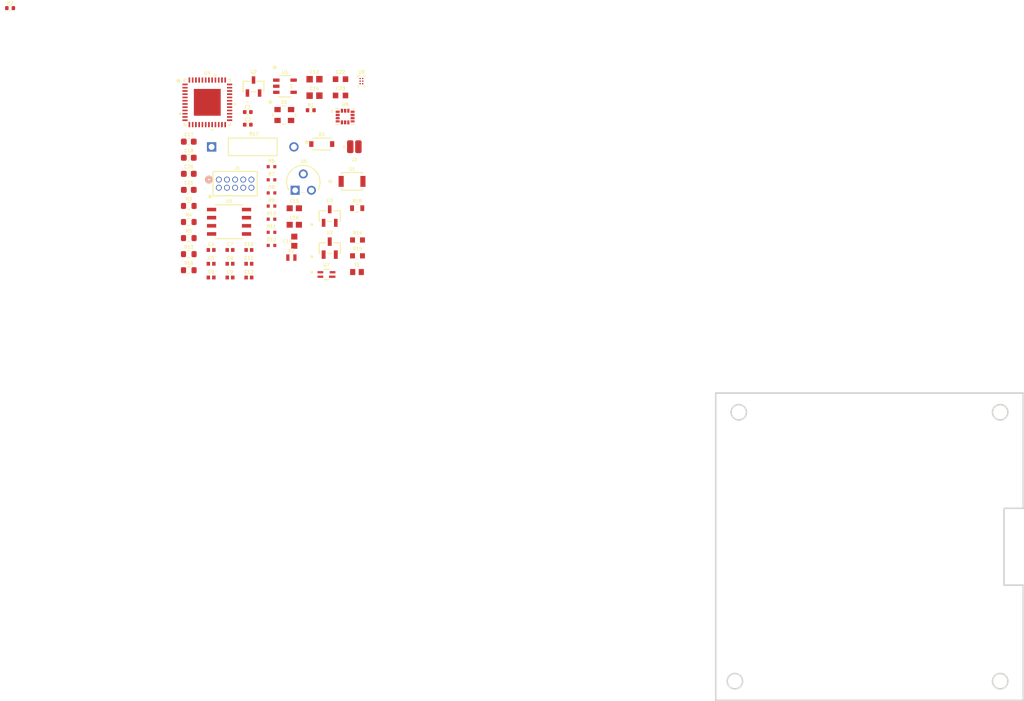
<source format=kicad_pcb>
(kicad_pcb (version 20240108) (generator "pcbnew") (generator_version "8.0")
  (layers (0 "F.Cu" signal) (31 "B.Cu" signal) (34 "B.Paste" user) (35 "F.Paste" user) (36 "B.SilkS" user "B.Silkscreen") (37 "F.SilkS" user "F.Silkscreen") (38 "B.Mask" user) (39 "F.Mask" user) (44 "Edge.Cuts" user))
  (net 0 "")
  (net 1 "KLT5")
  (net 2 "KLT6")
  (net 4 "KLT7")
  (net 6 "Net-(U4-VDDCORE)")
  (net 9 "Net-(C18-Pad2)")
  (net 17 "Net-(U1-ADJ)")
  (net 18 "Net-(D2-K)")
  (net 19 "Net-(U3-*RESET)")
  (net 20 "I2C_SDA")
  (net 23 "I2C_SCL")
  (net 24 "Net-(R11-Pad2)")
  (net 25 "Net-(U6-Vout)")
  (net 26 "KLT0")
  (net 27 "Net-(U9-CHG_N)")
  (net 28 "Net-(U9-ISET)")
  (net 29 "Net-(U9-TS)")
  (net 34 "KLT4")
  (net 37 "KLT1")
  (net 39 "GND")
  (net 41 "KLT3")
  (net 48 "KLT2")
  (net 66 "VOUT1")
  (net 67 "VOUT2")
  (net 68 "VOUT3")
  (net 69 "VDD")
  (net 70 "VIN")
  (net 71 "VOUT")
  (footprint "BQ25101YFPR:CAP_CL10A105KB8NNN_SAM" (layer "F.Cu") (at 71.5687 31.0946)
    (property "Reference" "C22" (at 0 -1.1 0) (layer "F.SilkS") (effects (font (size 0.5 0.5) (thickness 0.1) (bold yes))))
    (property "Value" "1uF")
    (pad "1" smd rect (at -0.7747 0) (size 0.8636 0.889) (layers "F.Cu" "F.Paste" "F.Mask") (net 70 "VIN"))
    (pad "2" smd rect (at 0.7747 0) (size 0.8636 0.889) (layers "F.Cu" "F.Paste" "F.Mask") (net 39 "GND"))
  )
  (footprint "DRDC3105F:DIO_KDZLVTF100_ROM" (layer "F.Cu") (at 68.638 41.2302)
    (property "Reference" "D1" (at 0 -1.5 0) (layer "F.SilkS") (effects (font (size 0.5 0.5) (thickness 0.1) (bold yes))))
    (property "Value" "KDZVTR6.2B")
    (fp_text user "*" (at -2.3368 0 0) (layer "F.SilkS"))
    (fp_text user "*" (at -2.3368 0 0) (layer "F.SilkS"))
    (pad "1" smd rect (at -1.6256 0) (size 0.6604 0.889) (layers "F.Cu" "F.Paste" "F.Mask") (net 39 "GND"))
    (pad "2" smd rect (at 1.6256 0) (size 0.6604 0.889) (layers "F.Cu" "F.Paste" "F.Mask") (net 68 "VOUT3"))
  )
  (footprint "DRDC3105F:SOT23_MMBT2222A_NEX" (layer "F.Cu") (at 57.9908 32.244699)
    (property "Reference" "U2" (at 0 -2.3 0) (layer "F.SilkS") (effects (font (size 0.5 0.5) (thickness 0.1) (bold yes))))
    (property "Value" "DRDC3105F-7")
    (pad "1" smd rect (at -0.950001 1.016) (size 0.5426 1.157199) (layers "F.Cu" "F.Paste" "F.Mask") (net 18 "Net-(D2-K)"))
    (pad "2" smd rect (at 0.950001 1.016) (size 0.5426 1.157199) (layers "F.Cu" "F.Paste" "F.Mask") (net 39 "GND"))
    (pad "3" smd rect (at 0 -1.016) (size 0.5426 1.157199) (layers "F.Cu" "F.Paste" "F.Mask") (net 68 "VOUT3"))
  )
  (footprint "AP7366_W5_7:R_0402_1005Metric" (layer "F.Cu") (at 66.927 35.9449)
    (property "Reference" "R1" (at 0 -0.8 0) (layer "F.SilkS") (effects (font (size 0.5 0.5) (thickness 0.1) (bold yes))))
    (property "Value" "210K")
    (pad "1" smd roundrect (at -0.51 0) (size 0.54 0.64) (layers "F.Cu" "F.Paste" "F.Mask") (net 67 "VOUT2"))
    (pad "2" smd roundrect (at 0.51 0) (size 0.54 0.64) (layers "F.Cu" "F.Paste" "F.Mask") (net 17 "Net-(U1-ADJ)"))
  )
  (footprint "MX25L4006EM2I-12G:YAG_CC0603_YAG" (layer "F.Cu") (at 64.353101 53.8321)
    (property "Reference" "C16" (at 0 -1.1 0) (layer "F.SilkS") (effects (font (size 0.5 0.5) (thickness 0.1) (bold yes))))
    (property "Value" "0.01uF")
    (pad "1" smd rect (at -0.7211 0) (size 0.9596 0.9144) (layers "F.Cu" "F.Paste" "F.Mask") (net 68 "VOUT3"))
    (pad "2" smd rect (at 0.7211 0) (size 0.9596 0.9144) (layers "F.Cu" "F.Paste" "F.Mask") (net 39 "GND"))
  )
  (footprint "ATSAMD21G18A-MUT:0603C" (layer "F.Cu") (at 67.505 31.1029)
    (property "Reference" "C12" (at 0 -1.1 0) (layer "F.SilkS") (effects (font (size 0.5 0.5) (thickness 0.1) (bold yes))))
    (property "Value" "10uF")
    (pad "1" smd rect (at -0.759 0) (size 1 1.02) (layers "F.Cu" "F.Paste" "F.Mask") (net 68 "VOUT3"))
    (pad "2" smd rect (at 0.759 0) (size 1 1.02) (layers "F.Cu" "F.Paste" "F.Mask") (net 39 "GND"))
  )
  (footprint "LM35DZNOPB:C_0603_1608Metric" (layer "F.Cu") (at 47.887 43.3649)
    (property "Reference" "C18" (at 0 -1.1 0) (layer "F.SilkS") (effects (font (size 0.5 0.5) (thickness 0.1) (bold yes))))
    (property "Value" "1uF")
    (pad "1" smd roundrect (at -0.775 0) (size 0.9 0.95) (layers "F.Cu" "F.Paste" "F.Mask") (net 4 "KLT7"))
    (pad "2" smd roundrect (at 0.775 0) (size 0.9 0.95) (layers "F.Cu" "F.Paste" "F.Mask") (net 9 "Net-(C18-Pad2)"))
  )
  (footprint "BQ25101YFPR:SolderWirePad_1x02_SMD_1x2mm" (layer "F.Cu") (at 73.722 41.6449)
    (property "Reference" "J2" (at 0 2 0) (layer "F.SilkS") (effects (font (size 0.5 0.5) (thickness 0.1) (bold yes))))
    (property "Value" "NATTREY")
    (pad "1" smd roundrect (at -0.635 0) (size 1 2) (layers "F.Cu" "F.Paste" "F.Mask") (net 71 "VOUT"))
    (pad "2" smd roundrect (at 0.635 0) (size 1 2) (layers "F.Cu" "F.Paste" "F.Mask") (net 39 "GND"))
  )
  (footprint "TCM809:SOT-23_MC_MCH" (layer "F.Cu") (at 69.8802 57.4857)
    (property "Reference" "U3" (at 0 -2.4 0) (layer "F.SilkS") (effects (font (size 0.5 0.5) (thickness 0.1) (bold yes))))
    (property "Value" "TCM809RVNB713")
    (pad "1" smd rect (at -0.950001 1.0152) (size 0.6096 1.3208) (layers "F.Cu" "F.Paste" "F.Mask") (net 69 "VDD"))
    (pad "2" smd rect (at 0.950001 1.0152) (size 0.6096 1.3208) (layers "F.Cu" "F.Paste" "F.Mask") (net 39 "GND"))
    (pad "3" smd rect (at 0 -1.0152) (size 0.6096 1.3208) (layers "F.Cu" "F.Paste" "F.Mask") (net 19 "Net-(U3-*RESET)"))
  )
  (footprint "AP7366_W5_7:R_0402_1005Metric" (layer "F.Cu") (at 20 20 0)
    (property "Reference" "R2" (at 0 -0.8 0) (layer "F.SilkS") (effects (font (size 0.5 0.5) (thickness 0.1) (bold yes))))
    (property "Value" "40K")
    (pad "1" smd roundrect (at -0.51 0) (size 0.54 0.64) (layers "F.Cu" "F.Paste" "F.Mask") (net 17 "Net-(U1-ADJ)"))
    (pad "2" smd roundrect (at 0.51 0) (size 0.54 0.64) (layers "F.Cu" "F.Paste" "F.Mask") (net 39 "GND"))
  )
  (footprint "ISM330DHCXTR:PQFN50P250X300X86-14N" (layer "F.Cu") (at 72.287 36.9349)
    (property "Reference" "U8" (at 0 -1.9 0) (layer "F.SilkS") (effects (font (size 0.5 0.5) (thickness 0.1) (bold yes))))
    (property "Value" "ISM330DHCXTR")
    (pad "1" smd rect (at -1.16 -0.75) (size 0.61 0.35) (layers "F.Cu" "F.Paste") (net 68 "VOUT3"))
    (pad "2" smd rect (at -1.16 -0.25) (size 0.61 0.35) (layers "F.Cu" "F.Paste") (net 68 "VOUT3"))
    (pad "3" smd rect (at -1.16 0.25) (size 0.61 0.35) (layers "F.Cu" "F.Paste") (net 68 "VOUT3"))
    (pad "4" smd rect (at -1.16 0.75) (size 0.61 0.35) (layers "F.Cu" "F.Paste") (net 26 "KLT0"))
    (pad "5" smd rect (at -0.5 0.91) (size 0.35 0.61) (layers "F.Cu" "F.Paste") (net 68 "VOUT3"))
    (pad "6" smd rect (at 0 0.91) (size 0.35 0.61) (layers "F.Cu" "F.Paste") (net 39 "GND"))
    (pad "7" smd rect (at 0.5 0.91) (size 0.35 0.61) (layers "F.Cu" "F.Paste") (net 39 "GND"))
    (pad "8" smd rect (at 1.16 0.75) (size 0.61 0.35) (layers "F.Cu" "F.Paste") (net 68 "VOUT3"))
    (pad "9" smd rect (at 1.16 0.25) (size 0.61 0.35) (layers "F.Cu" "F.Paste") (net 37 "KLT1"))
    (pad "10" smd rect (at 1.16 -0.25) (size 0.61 0.35) (layers "F.Cu" "F.Paste"))
    (pad "11" smd rect (at 1.16 -0.75) (size 0.61 0.35) (layers "F.Cu" "F.Paste") (net 68 "VOUT3"))
    (pad "12" smd rect (at 0.5 -0.91) (size 0.35 0.61) (layers "F.Cu" "F.Paste") (net 68 "VOUT3"))
    (pad "13" smd rect (at 0 -0.91) (size 0.35 0.61) (layers "F.Cu" "F.Paste") (net 23 "I2C_SCL"))
    (pad "14" smd rect (at -0.5 -0.91) (size 0.35 0.61) (layers "F.Cu" "F.Paste") (net 20 "I2C_SDA"))
  )
  (footprint "DRDC3105F:R_0603_1608Metric" (layer "F.Cu") (at 47.887 53.4049)
    (property "Reference" "R4" (at 0 -1.1 0) (layer "F.SilkS") (effects (font (size 0.5 0.5) (thickness 0.1) (bold yes))))
    (property "Value" "1K")
    (pad "1" smd roundrect (at -0.825 0) (size 0.8 0.95) (layers "F.Cu" "F.Paste" "F.Mask") (net 18 "Net-(D2-K)"))
    (pad "2" smd roundrect (at 0.825 0) (size 0.8 0.95) (layers "F.Cu" "F.Paste" "F.Mask") (net 66 "VOUT1"))
  )
  (footprint "ATSAMD21G18A-MUT:0402R" (layer "F.Cu") (at 60.797 55.0149)
    (property "Reference" "R11" (at 0 -0.9 0) (layer "F.SilkS") (effects (font (size 0.5 0.5) (thickness 0.1) (bold yes))))
    (property "Value" "330")
    (pad "1" smd rect (at -0.512 0) (size 0.475 0.5) (layers "F.Cu" "F.Paste" "F.Mask"))
    (pad "2" smd rect (at 0.512 0) (size 0.475 0.5) (layers "F.Cu" "F.Paste" "F.Mask") (net 24 "Net-(R11-Pad2)"))
  )
  (footprint "LM35DZNOPB:Z03A" (layer "F.Cu") (at 67.0257 45.9036)
    (property "Reference" "U6" (at -1.2 -2 0) (layer "F.SilkS") (effects (font (size 0.5 0.5) (thickness 0.1) (bold yes))))
    (property "Value" "LM35DZ/NOPB")
    (pad "1" thru_hole rect (at -2.54 2.54) (size 1.397 1.397) (drill 0.889) (layers "*.Cu" "*.Mask") (net 68 "VOUT3"))
    (pad "2" thru_hole circle (at -1.27 0) (size 1.397 1.397) (drill 0.889) (layers "*.Cu" "*.Mask") (net 25 "Net-(U6-Vout)"))
    (pad "3" thru_hole circle (at 0 2.54) (size 1.397 1.397) (drill 0.889) (layers "*.Cu" "*.Mask") (net 39 "GND"))
  )
  (footprint "ATSAMD21G18A-MUT:0402C" (layer "F.Cu") (at 51.367 57.7749)
    (property "Reference" "C4" (at 0 -0.88 0) (layer "F.SilkS") (effects (font (size 0.5 0.5) (thickness 0.1) (bold yes))))
    (property "Value" "10 pF")
    (pad "1" smd rect (at -0.432 0) (size 0.54 0.6) (layers "F.Cu" "F.Paste" "F.Mask"))
    (pad "2" smd rect (at 0.432 0) (size 0.54 0.6) (layers "F.Cu" "F.Paste" "F.Mask") (net 39 "GND"))
  )
  (footprint "ATSAMD21G18A-MUT:0402C" (layer "F.Cu") (at 51.367 62.0749)
    (property "Reference" "C6" (at 0 -0.88 0) (layer "F.SilkS") (effects (font (size 0.5 0.5) (thickness 0.1) (bold yes))))
    (property "Value" "0.1uF")
    (pad "1" smd rect (at -0.432 0) (size 0.54 0.6) (layers "F.Cu" "F.Paste" "F.Mask") (net 68 "VOUT3"))
    (pad "2" smd rect (at 0.432 0) (size 0.54 0.6) (layers "F.Cu" "F.Paste" "F.Mask") (net 39 "GND"))
  )
  (footprint "ATSAMD21G18A-MUT:0402C" (layer "F.Cu") (at 57.267 62.0749)
    (property "Reference" "C13" (at 0 -0.88 0) (layer "F.SilkS") (effects (font (size 0.5 0.5) (thickness 0.1) (bold yes))))
    (property "Value" "12 pF")
    (pad "1" smd rect (at -0.432 0) (size 0.54 0.6) (layers "F.Cu" "F.Paste" "F.Mask"))
    (pad "2" smd rect (at 0.432 0) (size 0.54 0.6) (layers "F.Cu" "F.Paste" "F.Mask") (net 39 "GND"))
  )
  (footprint "ATSAMD21G18A-MUT:0402C" (layer "F.Cu") (at 57.267 59.9249)
    (property "Reference" "C11" (at 0 -0.88 0) (layer "F.SilkS") (effects (font (size 0.5 0.5) (thickness 0.1) (bold yes))))
    (property "Value" "0.1uF")
    (pad "1" smd rect (at -0.432 0) (size 0.54 0.6) (layers "F.Cu" "F.Paste" "F.Mask"))
    (pad "2" smd rect (at 0.432 0) (size 0.54 0.6) (layers "F.Cu" "F.Paste" "F.Mask") (net 39 "GND"))
  )
  (footprint "ATSAMD21G18A-MUT:ABM8G_12_000MHZ_B4Y_T" (layer "F.Cu") (at 62.7932 36.6955)
    (property "Reference" "X1" (at 0 -2 0) (layer "F.SilkS") (effects (font (size 0.5 0.5) (thickness 0.1) (bold yes))))
    (property "Value" "12 MHz")
    (fp_text user "*" (at -2.1844 -1.7 0) (layer "F.SilkS"))
    (fp_text user "*" (at -2.1844 -1.7 0) (layer "F.SilkS"))
    (pad "1" smd rect (at -1.0541 -0.850001 90) (size 0.8128 0.9906) (layers "F.Cu" "F.Paste" "F.Mask"))
    (pad "2" smd rect (at -1.0541 0.850001 90) (size 0.8128 0.9906) (layers "F.Cu" "F.Paste" "F.Mask") (net 39 "GND"))
    (pad "3" smd rect (at 1.0541 0.850001 90) (size 0.8128 0.9906) (layers "F.Cu" "F.Paste" "F.Mask"))
    (pad "4" smd rect (at 1.0541 -0.850001 90) (size 0.8128 0.9906) (layers "F.Cu" "F.Paste" "F.Mask") (net 39 "GND"))
  )
  (footprint "AP7366_W5_7:C_0402_1005Metric" (layer "F.Cu") (at 57.097 36.2349)
    (property "Reference" "C1" (at 0 -0.8 0) (layer "F.SilkS") (effects (font (size 0.5 0.5) (thickness 0.1) (bold yes))))
    (property "Value" "1uF")
    (pad "1" smd roundrect (at -0.48 0) (size 0.56 0.62) (layers "F.Cu" "F.Paste" "F.Mask") (net 66 "VOUT1"))
    (pad "2" smd roundrect (at 0.48 0) (size 0.56 0.62) (layers "F.Cu" "F.Paste" "F.Mask") (net 39 "GND"))
  )
  (footprint "ATSAMD21G18A-MUT:0402C" (layer "F.Cu") (at 54.317 59.9249)
    (property "Reference" "C8" (at 0 -0.88 0) (layer "F.SilkS") (effects (font (size 0.5 0.5) (thickness 0.1) (bold yes))))
    (property "Value" "12 pF")
    (pad "1" smd rect (at -0.432 0) (size 0.54 0.6) (layers "F.Cu" "F.Paste" "F.Mask") (net 4 "KLT7"))
    (pad "2" smd rect (at 0.432 0) (size 0.54 0.6) (layers "F.Cu" "F.Paste" "F.Mask") (net 39 "GND"))
  )
  (footprint "TCM809:R_0603_1608Metric" (layer "F.Cu") (at 47.887 55.9149)
    (property "Reference" "R5" (at 0 -1.1 0) (layer "F.SilkS") (effects (font (size 0.5 0.5) (thickness 0.1) (bold yes))))
    (property "Value" "100K")
    (pad "1" smd roundrect (at -0.825 0) (size 0.8 0.95) (layers "F.Cu" "F.Paste" "F.Mask") (net 19 "Net-(U3-*RESET)"))
    (pad "2" smd roundrect (at 0.825 0) (size 0.8 0.95) (layers "F.Cu" "F.Paste" "F.Mask") (net 39 "GND"))
  )
  (footprint "ATSAMD21G18A-MUT:0402R" (layer "F.Cu") (at 60.797 50.9149)
    (property "Reference" "R9" (at 0 -0.9 0) (layer "F.SilkS") (effects (font (size 0.5 0.5) (thickness 0.1) (bold yes))))
    (property "Value" "4.7k")
    (pad "1" smd rect (at -0.512 0) (size 0.475 0.5) (layers "F.Cu" "F.Paste" "F.Mask") (net 23 "I2C_SCL"))
    (pad "2" smd rect (at 0.512 0) (size 0.475 0.5) (layers "F.Cu" "F.Paste" "F.Mask") (net 68 "VOUT3"))
  )
  (footprint "ISM330DHCXTR:C_0603_1608Metric" (layer "F.Cu") (at 47.887 45.8749)
    (property "Reference" "C20" (at 0 -1.1 0) (layer "F.SilkS") (effects (font (size 0.5 0.5) (thickness 0.1) (bold yes))))
    (property "Value" "0.1 uF")
    (pad "1" smd roundrect (at -0.775 0) (size 0.9 0.95) (layers "F.Cu" "F.Paste" "F.Mask") (net 68 "VOUT3"))
    (pad "2" smd roundrect (at 0.775 0) (size 0.9 0.95) (layers "F.Cu" "F.Paste" "F.Mask") (net 39 "GND"))
  )
  (footprint "BQ25101YFPR:TRES_NCP18XH103F03RB_MUR" (layer "F.Cu") (at 74.1385 61.22)
    (property "Reference" "T1" (at 0 -1.1 0) (layer "F.SilkS") (effects (font (size 0.5 0.5) (thickness 0.1) (bold yes))))
    (property "Value" "Thermistor_NTC")
    (pad "1" smd rect (at -0.6715 0) (size 0.8096 0.9398) (layers "F.Cu" "F.Paste" "F.Mask") (net 29 "Net-(U9-TS)"))
    (pad "2" smd rect (at 0.6715 0) (size 0.8096 0.9398) (layers "F.Cu" "F.Paste" "F.Mask") (net 39 "GND"))
  )
  (footprint "AP7366_W5_7:C_0402_1005Metric" (layer "F.Cu") (at 57.097 38.2049)
    (property "Reference" "C2" (at 0 -0.8 0) (layer "F.SilkS") (effects (font (size 0.5 0.5) (thickness 0.1) (bold yes))))
    (property "Value" "1uF")
    (pad "1" smd roundrect (at -0.48 0) (size 0.56 0.62) (layers "F.Cu" "F.Paste" "F.Mask") (net 67 "VOUT2"))
    (pad "2" smd roundrect (at 0.48 0) (size 0.56 0.62) (layers "F.Cu" "F.Paste" "F.Mask") (net 39 "GND"))
  )
  (footprint "MX25L4006EM2I-12G:YAG_CC0603_YAG" (layer "F.Cu") (at 64.353101 51.2573)
    (property "Reference" "C15" (at 0 -1.1 0) (layer "F.SilkS") (effects (font (size 0.5 0.5) (thickness 0.1) (bold yes))))
    (property "Value" "0.1uF")
    (pad "1" smd rect (at -0.7211 0) (size 0.9596 0.9144) (layers "F.Cu" "F.Paste" "F.Mask") (net 68 "VOUT3"))
    (pad "2" smd rect (at 0.7211 0) (size 0.9596 0.9144) (layers "F.Cu" "F.Paste" "F.Mask") (net 39 "GND"))
  )
  (footprint "ATSAMD21G18A-MUT:0603C" (layer "F.Cu") (at 67.505 33.6689)
    (property "Reference" "C14" (at 0 -1.1 0) (layer "F.SilkS") (effects (font (size 0.5 0.5) (thickness 0.1) (bold yes))))
    (property "Value" "10uF")
    (pad "1" smd rect (at -0.759 0) (size 1 1.02) (layers "F.Cu" "F.Paste" "F.Mask") (net 68 "VOUT3"))
    (pad "2" smd rect (at 0.759 0) (size 1 1.02) (layers "F.Cu" "F.Paste" "F.Mask") (net 39 "GND"))
  )
  (footprint "ATSAMD21G18A-MUT:0402R" (layer "F.Cu") (at 60.797 57.0649)
    (property "Reference" "R12" (at 0 -0.9 0) (layer "F.SilkS") (effects (font (size 0.5 0.5) (thickness 0.1) (bold yes))))
    (property "Value" "10k")
    (pad "1" smd rect (at -0.512 0) (size 0.475 0.5) (layers "F.Cu" "F.Paste" "F.Mask"))
    (pad "2" smd rect (at 0.512 0) (size 0.475 0.5) (layers "F.Cu" "F.Paste" "F.Mask") (net 68 "VOUT3"))
  )
  (footprint "ATSAMD21G18A-MUT:0402R" (layer "F.Cu") (at 60.797 46.8149)
    (property "Reference" "R7" (at 0 -0.9 0) (layer "F.SilkS") (effects (font (size 0.5 0.5) (thickness 0.1) (bold yes))))
    (property "Value" "4.7k")
    (pad "1" smd rect (at -0.512 0) (size 0.475 0.5) (layers "F.Cu" "F.Paste" "F.Mask"))
    (pad "2" smd rect (at 0.512 0) (size 0.475 0.5) (layers "F.Cu" "F.Paste" "F.Mask") (net 68 "VOUT3"))
  )
  (footprint "MX25L4006EM2I-12G:SOIC8_SOP8L_MAC" (layer "F.Cu") (at 54.170999 53.3647)
    (property "Reference" "U5" (at 0 -3.2 0) (layer "F.SilkS") (effects (font (size 0.5 0.5) (thickness 0.1) (bold yes))))
    (property "Value" "MX25L4006EM2I-12G")
    (fp_text user "*" (at -2.9817 -3.606 0) (layer "F.SilkS"))
    (fp_text user "*" (at -2.9817 -3.606 0) (layer "F.SilkS"))
    (pad "1" smd rect (at -2.727698 -1.905) (size 1.442199 0.558) (layers "F.Cu" "F.Paste" "F.Mask"))
    (pad "2" smd rect (at -2.727698 -0.635) (size 1.442199 0.558) (layers "F.Cu" "F.Paste" "F.Mask"))
    (pad "3" smd rect (at -2.727698 0.635) (size 1.442199 0.558) (layers "F.Cu" "F.Paste" "F.Mask"))
    (pad "4" smd rect (at -2.727698 1.905) (size 1.442199 0.558) (layers "F.Cu" "F.Paste" "F.Mask") (net 39 "GND"))
    (pad "5" smd rect (at 2.727698 1.905) (size 1.442199 0.558) (layers "F.Cu" "F.Paste" "F.Mask") (net 48 "KLT2"))
    (pad "6" smd rect (at 2.727698 0.635) (size 1.442199 0.558) (layers "F.Cu" "F.Paste" "F.Mask") (net 41 "KLT3"))
    (pad "7" smd rect (at 2.727698 -0.635) (size 1.442199 0.558) (layers "F.Cu" "F.Paste" "F.Mask") (net 34 "KLT4"))
    (pad "8" smd rect (at 2.727698 -1.905) (size 1.442199 0.558) (layers "F.Cu" "F.Paste" "F.Mask") (net 68 "VOUT3"))
  )
  (footprint "LM35DZNOPB:C_0603_1608Metric" (layer "F.Cu") (at 47.887 40.8549)
    (property "Reference" "C17" (at 0 -1.1 0) (layer "F.SilkS") (effects (font (size 0.5 0.5) (thickness 0.1) (bold yes))))
    (property "Value" "0.01uF")
    (pad "1" smd roundrect (at -0.775 0) (size 0.9 0.95) (layers "F.Cu" "F.Paste" "F.Mask") (net 68 "VOUT3"))
    (pad "2" smd roundrect (at 0.775 0) (size 0.9 0.95) (layers "F.Cu" "F.Paste" "F.Mask") (net 39 "GND"))
  )
  (footprint "ATSAMD21G18A-MUT:M50_3500542" (layer "F.Cu") (at 52.5764 46.7799)
    (property "Reference" "J1" (at 2.9 -1.8 0) (layer "F.SilkS") (effects (font (size 0.5 0.5) (thickness 0.1) (bold yes))))
    (property "Value" "M50-3500542")
    (pad "1" thru_hole circle (at 0 0) (size 0.9144 0.9144) (drill 0.6604) (layers "*.Cu" "*.Mask") (net 68 "VOUT3"))
    (pad "2" thru_hole circle (at 0 1.27) (size 0.9144 0.9144) (drill 0.6604) (layers "*.Cu" "*.Mask"))
    (pad "3" thru_hole circle (at 1.27 0) (size 0.9144 0.9144) (drill 0.6604) (layers "*.Cu" "*.Mask") (net 39 "GND"))
    (pad "4" thru_hole circle (at 1.27 1.27) (size 0.9144 0.9144) (drill 0.6604) (layers "*.Cu" "*.Mask"))
    (pad "5" thru_hole circle (at 2.54 0) (size 0.9144 0.9144) (drill 0.6604) (layers "*.Cu" "*.Mask") (net 39 "GND"))
    (pad "6" thru_hole circle (at 2.54 1.27) (size 0.9144 0.9144) (drill 0.6604) (layers "*.Cu" "*.Mask"))
    (pad "7" thru_hole circle (at 3.81 0) (size 0.9144 0.9144) (drill 0.6604) (layers "*.Cu" "*.Mask"))
    (pad "8" thru_hole circle (at 3.81 1.27) (size 0.9144 0.9144) (drill 0.6604) (layers "*.Cu" "*.Mask"))
    (pad "9" thru_hole circle (at 5.08 0) (size 0.9144 0.9144) (drill 0.6604) (layers "*.Cu" "*.Mask"))
    (pad "10" thru_hole circle (at 5.08 1.27) (size 0.9144 0.9144) (drill 0.6604) (layers "*.Cu" "*.Mask"))
  )
  (footprint "SM712-02HTG:SOT23-3_LTF" (layer "F.Cu") (at 69.8792 52.4765)
    (property "Reference" "C3" (at 0 -2.4 0) (layer "F.SilkS") (effects (font (size 0.5 0.5) (thickness 0.1) (bold yes))))
    (property "Value" "SM712-02HTG")
    (pad "1" smd rect (at -0.950001 1.0541) (size 0.5588 1.2446) (layers "F.Cu" "F.Paste" "F.Mask") (net 1 "KLT5"))
    (pad "2" smd rect (at 0.950001 1.0541) (size 0.5588 1.2446) (layers "F.Cu" "F.Paste" "F.Mask") (net 2 "KLT6"))
    (pad "3" smd rect (at 0 -1.0541) (size 0.5588 1.2446) (layers "F.Cu" "F.Paste" "F.Mask") (net 39 "GND"))
  )
  (footprint "AP7366_W5_7:SOT25_DIO" (layer "F.Cu") (at 62.8948 32.1995)
    (property "Reference" "U1" (at 0 -2.2 0) (layer "F.SilkS") (effects (font (size 0.5 0.5) (thickness 0.1) (bold yes))))
    (property "Value" "AP7366-W5-7")
    (fp_text user "*" (at -1.60655 -2.601 0) (layer "F.SilkS"))
    (fp_text user "*" (at -1.60655 -2.601 0) (layer "F.SilkS"))
    (pad "1" smd rect (at -1.35255 -0.950001) (size 1.0033 0.508) (layers "F.Cu" "F.Paste" "F.Mask") (net 66 "VOUT1"))
    (pad "2" smd rect (at -1.35255 0) (size 1.0033 0.508) (layers "F.Cu" "F.Paste" "F.Mask") (net 39 "GND"))
    (pad "3" smd rect (at -1.35255 0.950001) (size 1.0033 0.508) (layers "F.Cu" "F.Paste" "F.Mask") (net 66 "VOUT1"))
    (pad "4" smd rect (at 1.35255 0.950001) (size 1.0033 0.508) (layers "F.Cu" "F.Paste" "F.Mask") (net 17 "Net-(U1-ADJ)"))
    (pad "5" smd rect (at 1.35255 -0.950001) (size 1.0033 0.508) (layers "F.Cu" "F.Paste" "F.Mask") (net 67 "VOUT2"))
  )
  (footprint "ATSAMD21G18A-MUT:0402C" (layer "F.Cu") (at 51.367 59.9249)
    (property "Reference" "C5" (at 0 -0.88 0) (layer "F.SilkS") (effects (font (size 0.5 0.5) (thickness 0.1) (bold yes))))
    (property "Value" "0.1uF")
    (pad "1" smd rect (at -0.432 0) (size 0.54 0.6) (layers "F.Cu" "F.Paste" "F.Mask") (net 68 "VOUT3"))
    (pad "2" smd rect (at 0.432 0) (size 0.54 0.6) (layers "F.Cu" "F.Paste" "F.Mask") (net 39 "GND"))
  )
  (footprint "ATSAMD21G18A-MUT:0402C" (layer "F.Cu") (at 54.317 57.7749)
    (property "Reference" "C7" (at 0 -0.88 0) (layer "F.SilkS") (effects (font (size 0.5 0.5) (thickness 0.1) (bold yes))))
    (property "Value" "0.1uF")
    (pad "1" smd rect (at -0.432 0) (size 0.54 0.6) (layers "F.Cu" "F.Paste" "F.Mask") (net 68 "VOUT3"))
    (pad "2" smd rect (at 0.432 0) (size 0.54 0.6) (layers "F.Cu" "F.Paste" "F.Mask") (net 39 "GND"))
  )
  (footprint "ATSAMD21G18A-MUT:0402C" (layer "F.Cu") (at 54.317 62.0749)
    (property "Reference" "C9" (at 0 -0.88 0) (layer "F.SilkS") (effects (font (size 0.5 0.5) (thickness 0.1) (bold yes))))
    (property "Value" "10 pF")
    (pad "1" smd rect (at -0.432 0) (size 0.54 0.6) (layers "F.Cu" "F.Paste" "F.Mask"))
    (pad "2" smd rect (at 0.432 0) (size 0.54 0.6) (layers "F.Cu" "F.Paste" "F.Mask") (net 39 "GND"))
  )
  (footprint "BQ25101YFPR:YFP0006AFAV" (layer "F.Cu") (at 74.832 31.3999)
    (property "Reference" "U9" (at 0 -1.4 0) (layer "F.SilkS") (effects (font (size 0.5 0.5) (thickness 0.1) (bold yes))))
    (property "Value" "BQ25101YFPR")
    (pad "A1" smd circle (at -0.2 -0.400002) (size 0.23 0.23) (layers "F.Cu" "F.Mask") (net 71 "VOUT"))
    (pad "A2" smd circle (at 0.200002 -0.400002) (size 0.23 0.23) (layers "F.Cu" "F.Mask") (net 70 "VIN"))
    (pad "B1" smd circle (at -0.2 0) (size 0.23 0.23) (layers "F.Cu" "F.Mask") (net 29 "Net-(U9-TS)"))
    (pad "B2" smd circle (at 0.200002 0) (size 0.23 0.23) (layers "F.Cu" "F.Mask") (net 28 "Net-(U9-ISET)"))
    (pad "C1" smd circle (at -0.2 0.399999) (size 0.23 0.23) (layers "F.Cu" "F.Mask") (net 27 "Net-(U9-CHG_N)"))
    (pad "C2" smd circle (at 0.200002 0.399999) (size 0.23 0.23) (layers "F.Cu" "F.Mask") (net 39 "GND"))
  )
  (footprint "ISM330DHCXTR:C_0603_1608Metric" (layer "F.Cu") (at 47.887 48.3849)
    (property "Reference" "C21" (at 0 -1.1 0) (layer "F.SilkS") (effects (font (size 0.5 0.5) (thickness 0.1) (bold yes))))
    (property "Value" "0.1 uF")
    (pad "1" smd roundrect (at -0.775 0) (size 0.9 0.95) (layers "F.Cu" "F.Paste" "F.Mask") (net 68 "VOUT3"))
    (pad "2" smd roundrect (at 0.775 0) (size 0.9 0.95) (layers "F.Cu" "F.Paste" "F.Mask") (net 39 "GND"))
  )
  (footprint "ATSAMD21G18A-MUT:0402C" (layer "F.Cu") (at 57.267 57.7749)
    (property "Reference" "C10" (at 0 -0.88 0) (layer "F.SilkS") (effects (font (size 0.5 0.5) (thickness 0.1) (bold yes))))
    (property "Value" "1uF")
    (pad "1" smd rect (at -0.432 0) (size 0.54 0.6) (layers "F.Cu" "F.Paste" "F.Mask") (net 6 "Net-(U4-VDDCORE)"))
    (pad "2" smd rect (at 0.432 0) (size 0.54 0.6) (layers "F.Cu" "F.Paste" "F.Mask") (net 39 "GND"))
  )
  (footprint "VEML6040A3OG:RC0603N_YAG" (layer "F.Cu") (at 74.2179 56.2165)
    (property "Reference" "R14" (at 0 -1.1 0) (layer "F.SilkS") (effects (font (size 0.5 0.5) (thickness 0.1) (bold yes))))
    (property "Value" "2.2K")
    (pad "1" smd rect (at -0.7747 0) (size 0.762 0.8128) (layers "F.Cu" "F.Paste" "F.Mask") (net 69 "VDD"))
    (pad "2" smd rect (at 0.7747 0) (size 0.762 0.8128) (layers "F.Cu" "F.Paste" "F.Mask") (net 20 "I2C_SDA"))
  )
  (footprint "ATSAMD21G18A-MUT:B3U-1000P" (layer "F.Cu") (at 73.3664 47.0593)
    (property "Reference" "S1" (at 0 -1.9 0) (layer "F.SilkS") (effects (font (size 0.5 0.5) (thickness 0.1) (bold yes))))
    (property "Value" "B3U-1000P")
    (pad "1" smd rect (at -1.700002 0) (size 0.8 1.7) (layers "F.Cu" "F.Paste" "F.Mask") (net 39 "GND"))
    (pad "2" smd rect (at 1.700002 0) (size 0.8 1.7) (layers "F.Cu" "F.Paste" "F.Mask") (net 24 "Net-(R11-Pad2)"))
  )
  (footprint "ATSAMD21G18A-MUT:0402R" (layer "F.Cu") (at 60.797 52.9649)
    (property "Reference" "R10" (at 0 -0.9 0) (layer "F.SilkS") (effects (font (size 0.5 0.5) (thickness 0.1) (bold yes))))
    (property "Value" "1k")
    (pad "1" smd rect (at -0.512 0) (size 0.475 0.5) (layers "F.Cu" "F.Paste" "F.Mask"))
    (pad "2" smd rect (at 0.512 0) (size 0.475 0.5) (layers "F.Cu" "F.Paste" "F.Mask") (net 68 "VOUT3"))
  )
  (footprint "ATSAMD21G18A-MUT:ABS05_32_768KHZ_T" (layer "F.Cu") (at 63.897 58.9649)
    (property "Reference" "X2" (at 0 -1.1 0) (layer "F.SilkS") (effects (font (size 0.5 0.5) (thickness 0.1) (bold yes))))
    (property "Value" "32.768 kHz")
    (pad "1" smd rect (at -0.55 0) (size 0.5 1) (layers "F.Cu" "F.Paste" "F.Mask") (net 4 "KLT7"))
    (pad "2" smd rect (at 0.55 0) (size 0.5 1) (layers "F.Cu" "F.Paste" "F.Mask"))
  )
  (footprint "DRDC3105F:R_0603_1608Metric" (layer "F.Cu") (at 47.887 50.8949)
    (property "Reference" "R3" (at 0 -1.1 0) (layer "F.SilkS") (effects (font (size 0.5 0.5) (thickness 0.1) (bold yes))))
    (property "Value" "33K")
    (pad "1" smd roundrect (at -0.825 0) (size 0.8 0.95) (layers "F.Cu" "F.Paste" "F.Mask") (net 18 "Net-(D2-K)"))
    (pad "2" smd roundrect (at 0.825 0) (size 0.8 0.95) (layers "F.Cu" "F.Paste" "F.Mask") (net 39 "GND"))
  )
  (footprint "BQ25101YFPR:CMF55_VIS" (layer "F.Cu") (at 51.4461 41.6747)
    (property "Reference" "R17" (at 6.6 -2 0) (layer "F.SilkS") (effects (font (size 0.5 0.5) (thickness 0.1) (bold yes))))
    (property "Value" "6K")
    (pad "1" thru_hole rect (at 0 0) (size 1.4478 1.4478) (drill 0.9398) (layers "*.Cu" "*.Mask") (net 27 "Net-(U9-CHG_N)"))
    (pad "2" thru_hole circle (at 12.8524 0) (size 1.4478 1.4478) (drill 0.9398) (layers "*.Cu" "*.Mask") (net 39 "GND"))
  )
  (footprint "ATSAMD21G18A-MUT:0402R" (layer "F.Cu") (at 60.797 44.7649)
    (property "Reference" "R6" (at 0 -0.9 0) (layer "F.SilkS") (effects (font (size 0.5 0.5) (thickness 0.1) (bold yes))))
    (property "Value" "4.7k")
    (pad "1" smd rect (at -0.512 0) (size 0.475 0.5) (layers "F.Cu" "F.Paste" "F.Mask") (net 20 "I2C_SDA"))
    (pad "2" smd rect (at 0.512 0) (size 0.475 0.5) (layers "F.Cu" "F.Paste" "F.Mask") (net 68 "VOUT3"))
  )
  (footprint "ATSAMD21G18A-MUT:QFN48_7X7MC_MCH" (layer "F.Cu") (at 50.7762 34.7141)
    (property "Reference" "U4" (at 0 -4.6 0) (layer "F.SilkS") (effects (font (size 0.5 0.5) (thickness 0.1) (bold yes))))
    (property "Value" "ATSAMD21G18A-MUT")
    (fp_text user "*" (at -4.5212 -3.048 0) (layer "F.SilkS"))
    (fp_text user "*" (at -4.5212 -3.048 0) (layer "F.SilkS"))
    (pad "1" smd rect (at -3.4798 -2.794 90) (size 0.254 0.8128) (layers "F.Cu" "F.Paste" "F.Mask") (net 4 "KLT7"))
    (pad "2" smd rect (at -3.4798 -2.286 90) (size 0.254 0.8128) (layers "F.Cu" "F.Paste" "F.Mask"))
    (pad "3" smd rect (at -3.4798 -1.778 90) (size 0.254 0.8128) (layers "F.Cu" "F.Paste" "F.Mask"))
    (pad "4" smd rect (at -3.4798 -1.27 90) (size 0.254 0.8128) (layers "F.Cu" "F.Paste" "F.Mask"))
    (pad "5" smd rect (at -3.4798 -0.762 90) (size 0.254 0.8128) (layers "F.Cu" "F.Paste" "F.Mask") (net 39 "GND"))
    (pad "6" smd rect (at -3.4798 -0.254 90) (size 0.254 0.8128) (layers "F.Cu" "F.Paste" "F.Mask") (net 68 "VOUT3"))
    (pad "7" smd rect (at -3.4798 0.254 90) (size 0.254 0.8128) (layers "F.Cu" "F.Paste" "F.Mask"))
    (pad "8" smd rect (at -3.4798 0.762 90) (size 0.254 0.8128) (layers "F.Cu" "F.Paste" "F.Mask"))
    (pad "9" smd rect (at -3.4798 1.27 90) (size 0.254 0.8128) (layers "F.Cu" "F.Paste" "F.Mask"))
    (pad "10" smd rect (at -3.4798 1.778 90) (size 0.254 0.8128) (layers "F.Cu" "F.Paste" "F.Mask") (net 2 "KLT6"))
    (pad "11" smd rect (at -3.4798 2.286 90) (size 0.254 0.8128) (layers "F.Cu" "F.Paste" "F.Mask") (net 1 "KLT5"))
    (pad "12" smd rect (at -3.4798 2.794 90) (size 0.254 0.8128) (layers "F.Cu" "F.Paste" "F.Mask") (net 34 "KLT4"))
    (pad "13" smd rect (at -2.794 3.4798) (size 0.254 0.8128) (layers "F.Cu" "F.Paste" "F.Mask") (net 41 "KLT3"))
    (pad "14" smd rect (at -2.286 3.4798) (size 0.254 0.8128) (layers "F.Cu" "F.Paste" "F.Mask") (net 48 "KLT2"))
    (pad "15" smd rect (at -1.778 3.4798) (size 0.254 0.8128) (layers "F.Cu" "F.Paste" "F.Mask") (net 37 "KLT1"))
    (pad "16" smd rect (at -1.27 3.4798) (size 0.254 0.8128) (layers "F.Cu" "F.Paste" "F.Mask") (net 26 "KLT0"))
    (pad "17" smd rect (at -0.762 3.4798) (size 0.254 0.8128) (layers "F.Cu" "F.Paste" "F.Mask") (net 68 "VOUT3"))
    (pad "18" smd rect (at -0.254 3.4798) (size 0.254 0.8128) (layers "F.Cu" "F.Paste" "F.Mask") (net 39 "GND"))
    (pad "19" smd rect (at 0.254 3.4798) (size 0.254 0.8128) (layers "F.Cu" "F.Paste" "F.Mask"))
    (pad "20" smd rect (at 0.762 3.4798) (size 0.254 0.8128) (layers "F.Cu" "F.Paste" "F.Mask"))
    (pad "21" smd rect (at 1.27 3.4798) (size 0.254 0.8128) (layers "F.Cu" "F.Paste" "F.Mask"))
    (pad "22" smd rect (at 1.778 3.4798) (size 0.254 0.8128) (layers "F.Cu" "F.Paste" "F.Mask"))
    (pad "23" smd rect (at 2.286 3.4798) (size 0.254 0.8128) (layers "F.Cu" "F.Paste" "F.Mask"))
    (pad "24" smd rect (at 2.794 3.4798) (size 0.254 0.8128) (layers "F.Cu" "F.Paste" "F.Mask"))
    (pad "25" smd rect (at 3.4798 2.794 90) (size 0.254 0.8128) (layers "F.Cu" "F.Paste" "F.Mask") (net 20 "I2C_SDA"))
    (pad "26" smd rect (at 3.4798 2.286 90) (size 0.254 0.8128) (layers "F.Cu" "F.Paste" "F.Mask") (net 23 "I2C_SCL"))
    (pad "27" smd rect (at 3.4798 1.778 90) (size 0.254 0.8128) (layers "F.Cu" "F.Paste" "F.Mask"))
    (pad "28" smd rect (at 3.4798 1.27 90) (size 0.254 0.8128) (layers "F.Cu" "F.Paste" "F.Mask"))
    (pad "29" smd rect (at 3.4798 0.762 90) (size 0.254 0.8128) (layers "F.Cu" "F.Paste" "F.Mask"))
    (pad "30" smd rect (at 3.4798 0.254 90) (size 0.254 0.8128) (layers "F.Cu" "F.Paste" "F.Mask"))
    (pad "31" smd rect (at 3.4798 -0.254 90) (size 0.254 0.8128) (layers "F.Cu" "F.Paste" "F.Mask"))
    (pad "32" smd rect (at 3.4798 -0.762 90) (size 0.254 0.8128) (layers "F.Cu" "F.Paste" "F.Mask"))
    (pad "33" smd rect (at 3.4798 -1.27 90) (size 0.254 0.8128) (layers "F.Cu" "F.Paste" "F.Mask"))
    (pad "34" smd rect (at 3.4798 -1.778 90) (size 0.254 0.8128) (layers "F.Cu" "F.Paste" "F.Mask"))
    (pad "35" smd rect (at 3.4798 -2.286 90) (size 0.254 0.8128) (layers "F.Cu" "F.Paste" "F.Mask") (net 39 "GND"))
    (pad "36" smd rect (at 3.4798 -2.794 90) (size 0.254 0.8128) (layers "F.Cu" "F.Paste" "F.Mask") (net 68 "VOUT3"))
    (pad "37" smd rect (at 2.794 -3.4798) (size 0.254 0.8128) (layers "F.Cu" "F.Paste" "F.Mask"))
    (pad "38" smd rect (at 2.286 -3.4798) (size 0.254 0.8128) (layers "F.Cu" "F.Paste" "F.Mask"))
    (pad "39" smd rect (at 1.778 -3.4798) (size 0.254 0.8128) (layers "F.Cu" "F.Paste" "F.Mask"))
    (pad "40" smd rect (at 1.27 -3.4798) (size 0.254 0.8128) (layers "F.Cu" "F.Paste" "F.Mask"))
    (pad "41" smd rect (at 0.762 -3.4798) (size 0.254 0.8128) (layers "F.Cu" "F.Paste" "F.Mask"))
    (pad "42" smd rect (at 0.254 -3.4798) (size 0.254 0.8128) (layers "F.Cu" "F.Paste" "F.Mask") (net 39 "GND"))
    (pad "43" smd rect (at -0.254 -3.4798) (size 0.254 0.8128) (layers "F.Cu" "F.Paste" "F.Mask") (net 6 "Net-(U4-VDDCORE)"))
    (pad "44" smd rect (at -0.762 -3.4798) (size 0.254 0.8128) (layers "F.Cu" "F.Paste" "F.Mask") (net 68 "VOUT3"))
    (pad "45" smd rect (at -1.27 -3.4798) (size 0.254 0.8128) (layers "F.Cu" "F.Paste" "F.Mask"))
    (pad "46" smd rect (at -1.778 -3.4798) (size 0.254 0.8128) (layers "F.Cu" "F.Paste" "F.Mask"))
    (pad "47" smd rect (at -2.286 -3.4798) (size 0.254 0.8128) (layers "F.Cu" "F.Paste" "F.Mask"))
    (pad "48" smd rect (at -2.794 -3.4798) (size 0.254 0.8128) (layers "F.Cu" "F.Paste" "F.Mask"))
    (pad "49" smd rect (at 0 0) (size 4.191 4.191) (layers "F.Cu" "F.Paste" "F.Mask") (net 39 "GND"))
  )
  (footprint "BQ25101YFPR:CAP_CL10A105KB8NNN_SAM" (layer "F.Cu") (at 71.5687 33.644)
    (property "Reference" "C23" (at 0 -1.1 0) (layer "F.SilkS") (effects (font (size 0.5 0.5) (thickness 0.1) (bold yes))))
    (property "Value" "1uF")
    (pad "1" smd rect (at -0.7747 0) (size 0.8636 0.889) (layers "F.Cu" "F.Paste" "F.Mask") (net 71 "VOUT"))
    (pad "2" smd rect (at 0.7747 0) (size 0.8636 0.889) (layers "F.Cu" "F.Paste" "F.Mask") (net 39 "GND"))
  )
  (footprint "ISM330DHCXTR:R_0603_1608Metric" (layer "F.Cu") (at 47.887 60.9349)
    (property "Reference" "R16" (at 0 -1.1 0) (layer "F.SilkS") (effects (font (size 0.5 0.5) (thickness 0.1) (bold yes))))
    (property "Value" "10k")
    (pad "1" smd roundrect (at -0.825 0) (size 0.8 0.95) (layers "F.Cu" "F.Paste" "F.Mask") (net 26 "KLT0"))
    (pad "2" smd roundrect (at 0.825 0) (size 0.8 0.95) (layers "F.Cu" "F.Paste" "F.Mask") (net 39 "GND"))
  )
  (footprint "BQ25101YFPR:RES_RN73R_1J_KOA" (layer "F.Cu") (at 74.1639 51.2446)
    (property "Reference" "R18" (at 0 -1.1 0) (layer "F.SilkS") (effects (font (size 0.5 0.5) (thickness 0.1) (bold yes))))
    (property "Value" "1.35K")
    (pad "1" smd rect (at -0.7985 0) (size 0.6064 0.889) (layers "F.Cu" "F.Paste" "F.Mask") (net 28 "Net-(U9-ISET)"))
    (pad "2" smd rect (at 0.7985 0) (size 0.6064 0.889) (layers "F.Cu" "F.Paste" "F.Mask") (net 39 "GND"))
  )
  (footprint "VEML6040A3OG:YAG_CC0603_YAG" (layer "F.Cu") (at 100 100 90) (at 64.353101 56.4069)
    (property "Reference" "C19" (at 0 -1.1 0) (layer "F.SilkS") (effects (font (size 0.5 0.5) (thickness 0.1) (bold yes))))
    (property "Value" "0.1uF")
    (pad "1" smd rect (at -0.7211 0) (size 0.9596 0.9144) (layers "F.Cu" "F.Paste" "F.Mask") (net 69 "VDD"))
    (pad "2" smd rect (at 0.7211 0) (size 0.9596 0.9144) (layers "F.Cu" "F.Paste" "F.Mask") (net 39 "GND"))
  )
  (footprint "ATSAMD21G18A-MUT:0402R" (layer "F.Cu") (at 60.797 48.8649)
    (property "Reference" "R8" (at 0 -0.9 0) (layer "F.SilkS") (effects (font (size 0.5 0.5) (thickness 0.1) (bold yes))))
    (property "Value" "4.7k")
    (pad "1" smd rect (at -0.512 0) (size 0.475 0.5) (layers "F.Cu" "F.Paste" "F.Mask"))
    (pad "2" smd rect (at 0.512 0) (size 0.475 0.5) (layers "F.Cu" "F.Paste" "F.Mask") (net 68 "VOUT3"))
  )
  (footprint "LM35DZNOPB:R_0603_1608Metric" (layer "F.Cu") (at 47.887 58.4249)
    (property "Reference" "R13" (at 0 -1.1 0) (layer "F.SilkS") (effects (font (size 0.5 0.5) (thickness 0.1) (bold yes))))
    (property "Value" "75R")
    (pad "1" smd roundrect (at -0.825 0) (size 0.8 0.95) (layers "F.Cu" "F.Paste" "F.Mask") (net 25 "Net-(U6-Vout)"))
    (pad "2" smd roundrect (at 0.825 0) (size 0.8 0.95) (layers "F.Cu" "F.Paste" "F.Mask") (net 9 "Net-(C18-Pad2)"))
  )
  (footprint "VEML6040A3OG:LED_VEML6040A3OG_VIS" (layer "F.Cu") (at 69.3758 61.6019)
    (property "Reference" "U7" (at 0 -1.5 0) (layer "F.SilkS") (effects (font (size 0.5 0.5) (thickness 0.1) (bold yes))))
    (property "Value" "VEML6040A3OG")
    (pad "1" smd rect (at -0.950001 -0.349999) (size 0.889 0.3556) (layers "F.Cu" "F.Paste" "F.Mask") (net 39 "GND"))
    (pad "2" smd rect (at -0.950001 0.349999) (size 0.889 0.3556) (layers "F.Cu" "F.Paste" "F.Mask") (net 20 "I2C_SDA"))
    (pad "3" smd rect (at 0.899001 0.349999) (size 0.9906 0.3556) (layers "F.Cu" "F.Paste" "F.Mask") (net 23 "I2C_SCL"))
    (pad "4" smd rect (at 0.950001 -0.349999) (size 0.889 0.3556) (layers "F.Cu" "F.Paste" "F.Mask") (net 69 "VDD"))
  )
  (footprint "VEML6040A3OG:RC0603N_YAG" (layer "F.Cu") (at 74.2179 58.6897)
    (property "Reference" "R15" (at 0 -1.1 0) (layer "F.SilkS") (effects (font (size 0.5 0.5) (thickness 0.1) (bold yes))))
    (property "Value" "2.2K")
    (pad "1" smd rect (at -0.7747 0) (size 0.762 0.8128) (layers "F.Cu" "F.Paste" "F.Mask") (net 69 "VDD"))
    (pad "2" smd rect (at 0.7747 0) (size 0.762 0.8128) (layers "F.Cu" "F.Paste" "F.Mask") (net 23 "I2C_SCL"))
  )
  (gr_poly (pts (xy 133.781752 81.921561) (xy 133.842693 81.926195) (xy 133.902748 81.933827) (xy 133.961842 81.94438) (xy 134.019899 81.957779) (xy 134.076843 81.97395) (xy 134.1326 81.992816) (xy 134.187094 82.014302) (xy 134.240249 82.038333) (xy 134.291991 82.064833) (xy 134.342244 82.093728) (xy 134.390931 82.124941) (xy 134.437979 82.158397) (xy 134.483311 82.194022) (xy 134.526853 82.231738) (xy 134.568528 82.271472) (xy 134.608262 82.313147) (xy 134.645978 82.356688) (xy 134.681602 82.402021) (xy 134.715059 82.449068) (xy 134.746272 82.497756) (xy 134.775166 82.548009) (xy 134.801667 82.59975) (xy 134.825698 82.652906) (xy 134.847184 82.7074) (xy 134.86605 82.763157) (xy 134.882221 82.820101) (xy 134.89562 82.878158) (xy 134.906173 82.937252) (xy 134.913804 82.997307) (xy 134.918438 83.058248) (xy 134.92 83.12) (xy 134.918438 83.181752) (xy 134.913804 83.242693) (xy 134.906173 83.302748) (xy 134.89562 83.361842) (xy 134.882221 83.419899) (xy 134.86605 83.476843) (xy 134.847184 83.5326) (xy 134.825698 83.587094) (xy 134.801667 83.640249) (xy 134.775166 83.691991) (xy 134.746272 83.742244) (xy 134.715059 83.790931) (xy 134.681602 83.837979) (xy 134.645978 83.883311) (xy 134.608262 83.926853) (xy 134.568528 83.968528) (xy 134.526853 84.008262) (xy 134.483311 84.045978) (xy 134.437979 84.081602) (xy 134.390931 84.115059) (xy 134.342244 84.146272) (xy 134.291991 84.175166) (xy 134.240249 84.201667) (xy 134.187094 84.225698) (xy 134.1326 84.247184) (xy 134.076843 84.26605) (xy 134.019899 84.282221) (xy 133.961842 84.29562) (xy 133.902748 84.306173) (xy 133.842693 84.313804) (xy 133.781752 84.318438) (xy 133.72 84.32) (xy 133.658248 84.318438) (xy 133.597307 84.313804) (xy 133.537252 84.306173) (xy 133.478158 84.29562) (xy 133.420101 84.282221) (xy 133.363157 84.26605) (xy 133.3074 84.247184) (xy 133.252906 84.225698) (xy 133.19975 84.201667) (xy 133.148009 84.175166) (xy 133.097756 84.146272) (xy 133.049068 84.115059) (xy 133.002021 84.081602) (xy 132.956688 84.045978) (xy 132.913147 84.008262) (xy 132.871472 83.968528) (xy 132.831738 83.926853) (xy 132.794022 83.883311) (xy 132.758397 83.837979) (xy 132.724941 83.790931) (xy 132.693728 83.742244) (xy 132.664833 83.691991) (xy 132.638333 83.640249) (xy 132.614302 83.587094) (xy 132.592816 83.5326) (xy 132.57395 83.476843) (xy 132.557779 83.419899) (xy 132.54438 83.361842) (xy 132.533827 83.302748) (xy 132.526195 83.242693) (xy 132.521561 83.181752) (xy 132.52 83.12) (xy 132.521561 83.058248) (xy 132.526195 82.997307) (xy 132.533827 82.937252) (xy 132.54438 82.878158) (xy 132.557779 82.820101) (xy 132.57395 82.763157) (xy 132.592816 82.7074) (xy 132.614302 82.652906) (xy 132.638333 82.59975) (xy 132.664833 82.548009) (xy 132.693728 82.497756) (xy 132.724941 82.449068) (xy 132.758397 82.402021) (xy 132.794022 82.356688) (xy 132.831738 82.313147) (xy 132.871472 82.271472) (xy 132.913147 82.231738) (xy 132.956688 82.194022) (xy 133.002021 82.158397) (xy 133.049068 82.124941) (xy 133.097756 82.093728) (xy 133.148009 82.064833) (xy 133.19975 82.038333) (xy 133.252906 82.014302) (xy 133.3074 81.992816) (xy 133.363157 81.97395) (xy 133.420101 81.957779) (xy 133.478158 81.94438) (xy 133.537252 81.933827) (xy 133.597307 81.926195) (xy 133.658248 81.921561) (xy 133.72 81.92)) (stroke (width 0.24)) (fill none) (layer "Edge.Cuts"))
  (gr_poly (pts (xy 174.58175 81.921561) (xy 174.642691 81.926195) (xy 174.702746 81.933827) (xy 174.76184 81.94438) (xy 174.819897 81.957779) (xy 174.876841 81.97395) (xy 174.932598 81.992816) (xy 174.987092 82.014302) (xy 175.040248 82.038333) (xy 175.091989 82.064833) (xy 175.142242 82.093728) (xy 175.190929 82.124941) (xy 175.237977 82.158397) (xy 175.283309 82.194022) (xy 175.326851 82.231738) (xy 175.368526 82.271472) (xy 175.40826 82.313147) (xy 175.445976 82.356688) (xy 175.4816 82.402021) (xy 175.515057 82.449068) (xy 175.54627 82.497756) (xy 175.575165 82.548009) (xy 175.601665 82.59975) (xy 175.625696 82.652906) (xy 175.647182 82.7074) (xy 175.666048 82.763157) (xy 175.682219 82.820101) (xy 175.695618 82.878158) (xy 175.706171 82.937252) (xy 175.713803 82.997307) (xy 175.718437 83.058248) (xy 175.719998 83.12) (xy 175.718437 83.181752) (xy 175.713803 83.242693) (xy 175.706171 83.302748) (xy 175.695618 83.361842) (xy 175.682219 83.419899) (xy 175.666048 83.476843) (xy 175.647182 83.5326) (xy 175.625696 83.587094) (xy 175.601665 83.640249) (xy 175.575165 83.691991) (xy 175.54627 83.742244) (xy 175.515057 83.790931) (xy 175.4816 83.837979) (xy 175.445976 83.883311) (xy 175.40826 83.926853) (xy 175.368526 83.968528) (xy 175.326851 84.008262) (xy 175.283309 84.045978) (xy 175.237977 84.081602) (xy 175.190929 84.115059) (xy 175.142242 84.146272) (xy 175.091989 84.175166) (xy 175.040248 84.201667) (xy 174.987092 84.225698) (xy 174.932598 84.247184) (xy 174.876841 84.26605) (xy 174.819897 84.282221) (xy 174.76184 84.29562) (xy 174.702746 84.306173) (xy 174.642691 84.313804) (xy 174.58175 84.318438) (xy 174.519998 84.32) (xy 174.458246 84.318438) (xy 174.397305 84.313804) (xy 174.33725 84.306173) (xy 174.278156 84.29562) (xy 174.2201 84.282221) (xy 174.163155 84.26605) (xy 174.107398 84.247184) (xy 174.052904 84.225698) (xy 173.999749 84.201667) (xy 173.948007 84.175166) (xy 173.897755 84.146272) (xy 173.849067 84.115059) (xy 173.802019 84.081602) (xy 173.756687 84.045978) (xy 173.713146 84.008262) (xy 173.67147 83.968528) (xy 173.631737 83.926853) (xy 173.59402 83.883311) (xy 173.558396 83.837979) (xy 173.524939 83.790931) (xy 173.493726 83.742244) (xy 173.464832 83.691991) (xy 173.438331 83.640249) (xy 173.4143 83.587094) (xy 173.392814 83.5326) (xy 173.373948 83.476843) (xy 173.357777 83.419899) (xy 173.344378 83.361842) (xy 173.333825 83.302748) (xy 173.326194 83.242693) (xy 173.32156 83.181752) (xy 173.319998 83.12) (xy 173.32156 83.058248) (xy 173.326194 82.997307) (xy 173.333825 82.937252) (xy 173.344378 82.878158) (xy 173.357777 82.820101) (xy 173.373948 82.763157) (xy 173.392814 82.7074) (xy 173.4143 82.652906) (xy 173.438331 82.59975) (xy 173.464832 82.548009) (xy 173.493726 82.497756) (xy 173.524939 82.449068) (xy 173.558396 82.402021) (xy 173.59402 82.356688) (xy 173.631737 82.313147) (xy 173.67147 82.271472) (xy 173.713146 82.231738) (xy 173.756687 82.194022) (xy 173.802019 82.158397) (xy 173.849067 82.124941) (xy 173.897755 82.093728) (xy 173.948007 82.064833) (xy 173.999749 82.038333) (xy 174.052904 82.014302) (xy 174.107398 81.992816) (xy 174.163155 81.97395) (xy 174.2201 81.957779) (xy 174.278156 81.94438) (xy 174.33725 81.933827) (xy 174.397305 81.926195) (xy 174.458246 81.921561) (xy 174.519998 81.92)) (stroke (width 0.24)) (fill none) (layer "Edge.Cuts"))
  (gr_poly (pts (xy 174.58175 123.92156) (xy 174.642691 123.926194) (xy 174.702746 123.933825) (xy 174.76184 123.944378) (xy 174.819897 123.957777) (xy 174.876841 123.973948) (xy 174.932598 123.992814) (xy 174.987092 124.0143) (xy 175.040248 124.038331) (xy 175.091989 124.064832) (xy 175.142242 124.093726) (xy 175.190929 124.124939) (xy 175.237977 124.158396) (xy 175.283309 124.19402) (xy 175.326851 124.231737) (xy 175.368526 124.27147) (xy 175.40826 124.313146) (xy 175.445976 124.356687) (xy 175.4816 124.402019) (xy 175.515057 124.449067) (xy 175.54627 124.497755) (xy 175.575165 124.548007) (xy 175.601665 124.599749) (xy 175.625696 124.652904) (xy 175.647182 124.707398) (xy 175.666048 124.763155) (xy 175.682219 124.8201) (xy 175.695618 124.878156) (xy 175.706171 124.93725) (xy 175.713803 124.997305) (xy 175.718437 125.058246) (xy 175.719998 125.119998) (xy 175.718437 125.18175) (xy 175.713803 125.242691) (xy 175.706171 125.302746) (xy 175.695618 125.36184) (xy 175.682219 125.419897) (xy 175.666048 125.476841) (xy 175.647182 125.532598) (xy 175.625696 125.587092) (xy 175.601665 125.640248) (xy 175.575165 125.691989) (xy 175.54627 125.742242) (xy 175.515057 125.790929) (xy 175.4816 125.837977) (xy 175.445976 125.883309) (xy 175.40826 125.926851) (xy 175.368526 125.968526) (xy 175.326851 126.00826) (xy 175.283309 126.045976) (xy 175.237977 126.0816) (xy 175.190929 126.115057) (xy 175.142242 126.14627) (xy 175.091989 126.175165) (xy 175.040248 126.201665) (xy 174.987092 126.225696) (xy 174.932598 126.247182) (xy 174.876841 126.266048) (xy 174.819897 126.282219) (xy 174.76184 126.295618) (xy 174.702746 126.306171) (xy 174.642691 126.313803) (xy 174.58175 126.318437) (xy 174.519998 126.319998) (xy 174.458246 126.318437) (xy 174.397305 126.313803) (xy 174.33725 126.306171) (xy 174.278156 126.295618) (xy 174.2201 126.282219) (xy 174.163155 126.266048) (xy 174.107398 126.247182) (xy 174.052904 126.225696) (xy 173.999749 126.201665) (xy 173.948007 126.175165) (xy 173.897755 126.14627) (xy 173.849067 126.115057) (xy 173.802019 126.0816) (xy 173.756687 126.045976) (xy 173.713146 126.00826) (xy 173.67147 125.968526) (xy 173.631737 125.926851) (xy 173.59402 125.883309) (xy 173.558396 125.837977) (xy 173.524939 125.790929) (xy 173.493726 125.742242) (xy 173.464832 125.691989) (xy 173.438331 125.640248) (xy 173.4143 125.587092) (xy 173.392814 125.532598) (xy 173.373948 125.476841) (xy 173.357777 125.419897) (xy 173.344378 125.36184) (xy 173.333825 125.302746) (xy 173.326194 125.242691) (xy 173.32156 125.18175) (xy 173.319998 125.119998) (xy 173.32156 125.058246) (xy 173.326194 124.997305) (xy 173.333825 124.93725) (xy 173.344378 124.878156) (xy 173.357777 124.8201) (xy 173.373948 124.763155) (xy 173.392814 124.707398) (xy 173.4143 124.652904) (xy 173.438331 124.599749) (xy 173.464832 124.548007) (xy 173.493726 124.497755) (xy 173.524939 124.449067) (xy 173.558396 124.402019) (xy 173.59402 124.356687) (xy 173.631737 124.313146) (xy 173.67147 124.27147) (xy 173.713146 124.231737) (xy 173.756687 124.19402) (xy 173.802019 124.158396) (xy 173.849067 124.124939) (xy 173.897755 124.093726) (xy 173.948007 124.064832) (xy 173.999749 124.038331) (xy 174.052904 124.0143) (xy 174.107398 123.992814) (xy 174.163155 123.973948) (xy 174.2201 123.957777) (xy 174.278156 123.944378) (xy 174.33725 123.933825) (xy 174.397305 123.926194) (xy 174.458246 123.92156) (xy 174.519998 123.919998)) (stroke (width 0.24)) (fill none) (layer "Edge.Cuts"))
  (gr_poly (pts (xy 133.181752 123.92156) (xy 133.242693 123.926194) (xy 133.302748 123.933825) (xy 133.361842 123.944378) (xy 133.419899 123.957777) (xy 133.476843 123.973948) (xy 133.5326 123.992814) (xy 133.587094 124.0143) (xy 133.640249 124.038331) (xy 133.691991 124.064832) (xy 133.742244 124.093726) (xy 133.790931 124.124939) (xy 133.837979 124.158396) (xy 133.883311 124.19402) (xy 133.926853 124.231737) (xy 133.968528 124.27147) (xy 134.008262 124.313146) (xy 134.045978 124.356687) (xy 134.081602 124.402019) (xy 134.115059 124.449067) (xy 134.146272 124.497755) (xy 134.175166 124.548007) (xy 134.201667 124.599749) (xy 134.225698 124.652904) (xy 134.247184 124.707398) (xy 134.26605 124.763155) (xy 134.282221 124.8201) (xy 134.29562 124.878156) (xy 134.306173 124.93725) (xy 134.313804 124.997305) (xy 134.318438 125.058246) (xy 134.32 125.119998) (xy 134.318438 125.18175) (xy 134.313804 125.242691) (xy 134.306173 125.302746) (xy 134.29562 125.36184) (xy 134.282221 125.419897) (xy 134.26605 125.476841) (xy 134.247184 125.532598) (xy 134.225698 125.587092) (xy 134.201667 125.640248) (xy 134.175166 125.691989) (xy 134.146272 125.742242) (xy 134.115059 125.790929) (xy 134.081602 125.837977) (xy 134.045978 125.883309) (xy 134.008262 125.926851) (xy 133.968528 125.968526) (xy 133.926853 126.00826) (xy 133.883311 126.045976) (xy 133.837979 126.0816) (xy 133.790931 126.115057) (xy 133.742244 126.14627) (xy 133.691991 126.175165) (xy 133.640249 126.201665) (xy 133.587094 126.225696) (xy 133.5326 126.247182) (xy 133.476843 126.266048) (xy 133.419899 126.282219) (xy 133.361842 126.295618) (xy 133.302748 126.306171) (xy 133.242693 126.313803) (xy 133.181752 126.318437) (xy 133.12 126.319998) (xy 133.058248 126.318437) (xy 132.997307 126.313803) (xy 132.937252 126.306171) (xy 132.878158 126.295618) (xy 132.820101 126.282219) (xy 132.763157 126.266048) (xy 132.7074 126.247182) (xy 132.652906 126.225696) (xy 132.59975 126.201665) (xy 132.548009 126.175165) (xy 132.497756 126.14627) (xy 132.449068 126.115057) (xy 132.402021 126.0816) (xy 132.356688 126.045976) (xy 132.313147 126.00826) (xy 132.271472 125.968526) (xy 132.231738 125.926851) (xy 132.194022 125.883309) (xy 132.158397 125.837977) (xy 132.124941 125.790929) (xy 132.093728 125.742242) (xy 132.064833 125.691989) (xy 132.038333 125.640248) (xy 132.014302 125.587092) (xy 131.992816 125.532598) (xy 131.97395 125.476841) (xy 131.957779 125.419897) (xy 131.94438 125.36184) (xy 131.933827 125.302746) (xy 131.926195 125.242691) (xy 131.921561 125.18175) (xy 131.92 125.119998) (xy 131.921561 125.058246) (xy 131.926195 124.997305) (xy 131.933827 124.93725) (xy 131.94438 124.878156) (xy 131.957779 124.8201) (xy 131.97395 124.763155) (xy 131.992816 124.707398) (xy 132.014302 124.652904) (xy 132.038333 124.599749) (xy 132.064833 124.548007) (xy 132.093728 124.497755) (xy 132.124941 124.449067) (xy 132.158397 124.402019) (xy 132.194022 124.356687) (xy 132.231738 124.313146) (xy 132.271472 124.27147) (xy 132.313147 124.231737) (xy 132.356688 124.19402) (xy 132.402021 124.158396) (xy 132.449068 124.124939) (xy 132.497756 124.093726) (xy 132.548009 124.064832) (xy 132.59975 124.038331) (xy 132.652906 124.0143) (xy 132.7074 123.992814) (xy 132.763157 123.973948) (xy 132.820101 123.957777) (xy 132.878158 123.944378) (xy 132.937252 123.933825) (xy 132.997307 123.926194) (xy 133.058248 123.92156) (xy 133.12 123.919998)) (stroke (width 0.24)) (fill none) (layer "Edge.Cuts"))
  (gr_poly (pts (xy 178.119998 98.12) (xy 175.119998 98.12) (xy 175.119998 110.12) (xy 178.119998 110.12) (xy 178.119998 128.119998) (xy 130.12 128.119998) (xy 130.12 80.12) (xy 178.119998 80.12)) (stroke (width 0.24)) (fill none) (layer "Edge.Cuts"))
)
</source>
